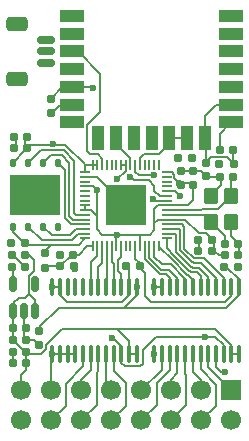
<source format=gbr>
%TF.GenerationSoftware,KiCad,Pcbnew,9.0.2+1*%
%TF.CreationDate,2025-07-26T18:39:14+01:00*%
%TF.ProjectId,ORGNET,4f52474e-4554-42e6-9b69-6361645f7063,1*%
%TF.SameCoordinates,Original*%
%TF.FileFunction,Copper,L1,Top*%
%TF.FilePolarity,Positive*%
%FSLAX46Y46*%
G04 Gerber Fmt 4.6, Leading zero omitted, Abs format (unit mm)*
G04 Created by KiCad (PCBNEW 9.0.2+1) date 2025-07-26 18:39:14*
%MOMM*%
%LPD*%
G01*
G04 APERTURE LIST*
G04 Aperture macros list*
%AMRoundRect*
0 Rectangle with rounded corners*
0 $1 Rounding radius*
0 $2 $3 $4 $5 $6 $7 $8 $9 X,Y pos of 4 corners*
0 Add a 4 corners polygon primitive as box body*
4,1,4,$2,$3,$4,$5,$6,$7,$8,$9,$2,$3,0*
0 Add four circle primitives for the rounded corners*
1,1,$1+$1,$2,$3*
1,1,$1+$1,$4,$5*
1,1,$1+$1,$6,$7*
1,1,$1+$1,$8,$9*
0 Add four rect primitives between the rounded corners*
20,1,$1+$1,$2,$3,$4,$5,0*
20,1,$1+$1,$4,$5,$6,$7,0*
20,1,$1+$1,$6,$7,$8,$9,0*
20,1,$1+$1,$8,$9,$2,$3,0*%
G04 Aperture macros list end*
%TA.AperFunction,SMDPad,CuDef*%
%ADD10RoundRect,0.155000X-0.212500X-0.155000X0.212500X-0.155000X0.212500X0.155000X-0.212500X0.155000X0*%
%TD*%
%TA.AperFunction,SMDPad,CuDef*%
%ADD11RoundRect,0.160000X0.197500X0.160000X-0.197500X0.160000X-0.197500X-0.160000X0.197500X-0.160000X0*%
%TD*%
%TA.AperFunction,SMDPad,CuDef*%
%ADD12RoundRect,0.160000X-0.160000X0.197500X-0.160000X-0.197500X0.160000X-0.197500X0.160000X0.197500X0*%
%TD*%
%TA.AperFunction,SMDPad,CuDef*%
%ADD13RoundRect,0.250000X0.650000X-0.350000X0.650000X0.350000X-0.650000X0.350000X-0.650000X-0.350000X0*%
%TD*%
%TA.AperFunction,SMDPad,CuDef*%
%ADD14RoundRect,0.150000X0.625000X-0.150000X0.625000X0.150000X-0.625000X0.150000X-0.625000X-0.150000X0*%
%TD*%
%TA.AperFunction,HeatsinkPad*%
%ADD15R,3.400000X3.400000*%
%TD*%
%TA.AperFunction,SMDPad,CuDef*%
%ADD16RoundRect,0.050000X0.350000X-0.050000X0.350000X0.050000X-0.350000X0.050000X-0.350000X-0.050000X0*%
%TD*%
%TA.AperFunction,SMDPad,CuDef*%
%ADD17RoundRect,0.050000X0.050000X-0.350000X0.050000X0.350000X-0.050000X0.350000X-0.050000X-0.350000X0*%
%TD*%
%TA.AperFunction,HeatsinkPad*%
%ADD18R,4.300000X3.400000*%
%TD*%
%TA.AperFunction,SMDPad,CuDef*%
%ADD19RoundRect,0.125000X0.125000X-0.250000X0.125000X0.250000X-0.125000X0.250000X-0.125000X-0.250000X0*%
%TD*%
%TA.AperFunction,SMDPad,CuDef*%
%ADD20RoundRect,0.100000X-0.100000X0.637500X-0.100000X-0.637500X0.100000X-0.637500X0.100000X0.637500X0*%
%TD*%
%TA.AperFunction,SMDPad,CuDef*%
%ADD21RoundRect,0.150000X0.150000X-0.512500X0.150000X0.512500X-0.150000X0.512500X-0.150000X-0.512500X0*%
%TD*%
%TA.AperFunction,ComponentPad*%
%ADD22R,1.700000X1.700000*%
%TD*%
%TA.AperFunction,ComponentPad*%
%ADD23C,1.700000*%
%TD*%
%TA.AperFunction,SMDPad,CuDef*%
%ADD24R,2.000000X1.000000*%
%TD*%
%TA.AperFunction,SMDPad,CuDef*%
%ADD25R,1.000000X2.000000*%
%TD*%
%TA.AperFunction,SMDPad,CuDef*%
%ADD26RoundRect,0.250000X-0.350000X0.450000X-0.350000X-0.450000X0.350000X-0.450000X0.350000X0.450000X0*%
%TD*%
%TA.AperFunction,SMDPad,CuDef*%
%ADD27RoundRect,0.160000X-0.197500X-0.160000X0.197500X-0.160000X0.197500X0.160000X-0.197500X0.160000X0*%
%TD*%
%TA.AperFunction,SMDPad,CuDef*%
%ADD28RoundRect,0.160000X0.160000X-0.197500X0.160000X0.197500X-0.160000X0.197500X-0.160000X-0.197500X0*%
%TD*%
%TA.AperFunction,SMDPad,CuDef*%
%ADD29RoundRect,0.155000X0.212500X0.155000X-0.212500X0.155000X-0.212500X-0.155000X0.212500X-0.155000X0*%
%TD*%
%TA.AperFunction,SMDPad,CuDef*%
%ADD30RoundRect,0.155000X0.155000X-0.212500X0.155000X0.212500X-0.155000X0.212500X-0.155000X-0.212500X0*%
%TD*%
%TA.AperFunction,SMDPad,CuDef*%
%ADD31RoundRect,0.155000X-0.155000X0.212500X-0.155000X-0.212500X0.155000X-0.212500X0.155000X0.212500X0*%
%TD*%
%TA.AperFunction,ViaPad*%
%ADD32C,0.600000*%
%TD*%
%TA.AperFunction,Conductor*%
%ADD33C,0.200000*%
%TD*%
G04 APERTURE END LIST*
D10*
%TO.P,C19,2*%
%TO.N,Net-(U4-XOUT)*%
X161710000Y-93100000D03*
%TO.P,C19,1*%
%TO.N,GND*%
X160575000Y-93100000D03*
%TD*%
D11*
%TO.P,R2,2*%
%TO.N,GND*%
X152590000Y-100690000D03*
%TO.P,R2,1*%
%TO.N,DIR*%
X153785000Y-100690000D03*
%TD*%
D12*
%TO.P,R6,2*%
%TO.N,+3V3*%
X145790000Y-100797500D03*
%TO.P,R6,1*%
%TO.N,Net-(U4-~{QSPI_CS})*%
X145790000Y-99602500D03*
%TD*%
D13*
%TO.P,J3,MP*%
%TO.N,N/C*%
X143365000Y-80200000D03*
X143365000Y-84800000D03*
D14*
%TO.P,J3,3,Pin_3*%
%TO.N,DBG_SWDIO*%
X145890000Y-81500000D03*
%TO.P,J3,2,Pin_2*%
%TO.N,GND*%
X145890000Y-82500000D03*
%TO.P,J3,1,Pin_1*%
%TO.N,DBG_SWCLK*%
X145890000Y-83500000D03*
%TD*%
D15*
%TO.P,U4,61,GND*%
%TO.N,GND*%
X152610000Y-95530000D03*
D16*
%TO.P,U4,60,~{QSPI_CS}*%
%TO.N,Net-(U4-~{QSPI_CS})*%
X149160000Y-98330000D03*
%TO.P,U4,59,QSPI_SD1*%
%TO.N,Net-(U4-QSPI_SD1)*%
X149160000Y-97930000D03*
%TO.P,U4,58,QSPI_SD2*%
%TO.N,Net-(U4-QSPI_SD2)*%
X149160000Y-97530000D03*
%TO.P,U4,57,QSPI_SD0*%
%TO.N,Net-(U4-QSPI_SD0)*%
X149160000Y-97130000D03*
%TO.P,U4,56,QSPI_SCLK*%
%TO.N,Net-(U4-QSPI_SCLK)*%
X149160000Y-96730000D03*
%TO.P,U4,55,QSPI_SD3*%
%TO.N,Net-(U4-QSPI_SD3)*%
X149160000Y-96330000D03*
%TO.P,U4,54,IOVDD*%
%TO.N,+3V3*%
X149160000Y-95930000D03*
%TO.P,U4,53,IOVDD*%
X149160000Y-95530000D03*
%TO.P,U4,52,USB_D+*%
%TO.N,unconnected-(U4-USB_D+-Pad52)*%
X149160000Y-95130000D03*
%TO.P,U4,51,USB_D-*%
%TO.N,unconnected-(U4-USB_D--Pad51)*%
X149160000Y-94730000D03*
%TO.P,U4,50,VREG_FB*%
%TO.N,unconnected-(U4-VREG_FB-Pad50)*%
X149160000Y-94330000D03*
%TO.P,U4,49,VREG_VIN*%
%TO.N,+3V3*%
X149160000Y-93930000D03*
%TO.P,U4,48,VREG_LX*%
%TO.N,unconnected-(U4-VREG_LX-Pad48)*%
X149160000Y-93530000D03*
%TO.P,U4,47,GND*%
%TO.N,GND*%
X149160000Y-93130000D03*
%TO.P,U4,46,VREG_AVDD*%
%TO.N,+3V3*%
X149160000Y-92730000D03*
D17*
%TO.P,U4,45,IOVDD*%
X149810000Y-92080000D03*
%TO.P,U4,44,IOVDD*%
X150210000Y-92080000D03*
%TO.P,U4,43,GPIO29*%
%TO.N,RM_SCLK*%
X150610000Y-92080000D03*
%TO.P,U4,42,GPIO28*%
%TO.N,unconnected-(U4-GPIO28-Pad42)*%
X151010000Y-92080000D03*
%TO.P,U4,41,GPIO27*%
%TO.N,unconnected-(U4-GPIO27-Pad41)*%
X151410000Y-92080000D03*
%TO.P,U4,40,GPIO26*%
%TO.N,unconnected-(U4-GPIO26-Pad40)*%
X151810000Y-92080000D03*
%TO.P,U4,39,DVDD*%
%TO.N,+3V3*%
X152210000Y-92080000D03*
%TO.P,U4,38,IOVDD*%
X152610000Y-92080000D03*
%TO.P,U4,37,GPIO25*%
%TO.N,RM_CS*%
X153010000Y-92080000D03*
%TO.P,U4,36,GPIO24*%
%TO.N,RM_DATA*%
X153410000Y-92080000D03*
%TO.P,U4,35,GPIO23*%
%TO.N,RM_ON*%
X153810000Y-92080000D03*
%TO.P,U4,34,GPIO22*%
%TO.N,unconnected-(U4-GPIO22-Pad34)*%
X154210000Y-92080000D03*
%TO.P,U4,33,GPIO21*%
%TO.N,unconnected-(U4-GPIO21-Pad33)*%
X154610000Y-92080000D03*
%TO.P,U4,32,GPIO20*%
%TO.N,unconnected-(U4-GPIO20-Pad32)*%
X155010000Y-92080000D03*
%TO.P,U4,31,GPIO19*%
%TO.N,unconnected-(U4-GPIO19-Pad31)*%
X155410000Y-92080000D03*
D16*
%TO.P,U4,30,IOVDD*%
%TO.N,+3V3*%
X156060000Y-92730000D03*
%TO.P,U4,29,GPIO18*%
%TO.N,unconnected-(U4-GPIO18-Pad29)*%
X156060000Y-93130000D03*
%TO.P,U4,28,GPIO17*%
%TO.N,unconnected-(U4-GPIO17-Pad28)*%
X156060000Y-93530000D03*
%TO.P,U4,27,GPIO16*%
%TO.N,unconnected-(U4-GPIO16-Pad27)*%
X156060000Y-93930000D03*
%TO.P,U4,26,RUN*%
%TO.N,Net-(U4-RUN)*%
X156060000Y-94330000D03*
%TO.P,U4,25,SWDIO*%
%TO.N,DBG_SWDIO*%
X156060000Y-94730000D03*
%TO.P,U4,24,SWCLK*%
%TO.N,DBG_SWCLK*%
X156060000Y-95130000D03*
%TO.P,U4,23,DVDD*%
%TO.N,+3V3*%
X156060000Y-95530000D03*
%TO.P,U4,22,XOUT*%
%TO.N,Net-(U4-XOUT)*%
X156060000Y-95930000D03*
%TO.P,U4,21,XIN*%
%TO.N,Net-(U4-XIN)*%
X156060000Y-96330000D03*
%TO.P,U4,20,IOVDD*%
%TO.N,+3V3*%
X156060000Y-96730000D03*
%TO.P,U4,19,GPIO15*%
%TO.N,RP_SD0*%
X156060000Y-97130000D03*
%TO.P,U4,18,GPIO14*%
%TO.N,RP_SD1*%
X156060000Y-97530000D03*
%TO.P,U4,17,GPIO13*%
%TO.N,RP_SD2*%
X156060000Y-97930000D03*
%TO.P,U4,16,GPIO12*%
%TO.N,RP_SD3*%
X156060000Y-98330000D03*
D17*
%TO.P,U4,15,GPIO11*%
%TO.N,RP_SD4*%
X155410000Y-98980000D03*
%TO.P,U4,14,GPIO10*%
%TO.N,RP_SD5*%
X155010000Y-98980000D03*
%TO.P,U4,13,GPIO9*%
%TO.N,RP_SD6*%
X154610000Y-98980000D03*
%TO.P,U4,12,GPIO8*%
%TO.N,RP_SD7*%
X154210000Y-98980000D03*
%TO.P,U4,11,IOVDD*%
%TO.N,+3V3*%
X153810000Y-98980000D03*
%TO.P,U4,10,GPIO7*%
%TO.N,DIR*%
X153410000Y-98980000D03*
%TO.P,U4,9,GPIO6*%
%TO.N,unconnected-(U4-GPIO6-Pad9)*%
X153010000Y-98980000D03*
%TO.P,U4,8,GPIO5*%
%TO.N,unconnected-(U4-GPIO5-Pad8)*%
X152610000Y-98980000D03*
%TO.P,U4,7,GPIO4*%
%TO.N,RP_SCLK*%
X152210000Y-98980000D03*
%TO.P,U4,6,DVDD*%
%TO.N,+3V3*%
X151810000Y-98980000D03*
%TO.P,U4,5,GPIO3*%
%TO.N,RP_SMR*%
X151410000Y-98980000D03*
%TO.P,U4,4,GPIO2*%
%TO.N,~{RP_SS}*%
X151010000Y-98980000D03*
%TO.P,U4,3,GPIO1*%
%TO.N,~{RP_SOE}*%
X150610000Y-98980000D03*
%TO.P,U4,2,GPIO0*%
%TO.N,~{RP_SPGM}*%
X150210000Y-98980000D03*
%TO.P,U4,1,IOVDD*%
%TO.N,+3V3*%
X149810000Y-98980000D03*
%TD*%
D18*
%TO.P,U5,9*%
%TO.N,N/C*%
X144966250Y-94630000D03*
D19*
%TO.P,U5,8,VCC*%
%TO.N,+3V3*%
X143061250Y-91930000D03*
%TO.P,U5,7,IO3*%
%TO.N,Net-(U4-QSPI_SD3)*%
X144331250Y-91930000D03*
%TO.P,U5,6,CLK*%
%TO.N,Net-(U4-QSPI_SCLK)*%
X145601250Y-91930000D03*
%TO.P,U5,5,DI(IO0)*%
%TO.N,Net-(U4-QSPI_SD0)*%
X146871250Y-91930000D03*
%TO.P,U5,4,GND*%
%TO.N,GND*%
X146871250Y-97330000D03*
%TO.P,U5,3,IO2*%
%TO.N,Net-(U4-QSPI_SD2)*%
X145601250Y-97330000D03*
%TO.P,U5,2,DO(IO1)*%
%TO.N,Net-(U4-QSPI_SD1)*%
X144331250Y-97330000D03*
%TO.P,U5,1,~{CS}*%
%TO.N,Net-(U4-~{QSPI_CS})*%
X143061250Y-97330000D03*
%TD*%
D20*
%TO.P,U2,1,V_{CCA}*%
%TO.N,+3V3*%
X162190000Y-102400000D03*
%TO.P,U2,2,DIR*%
%TO.N,DIR*%
X161540000Y-102400000D03*
%TO.P,U2,3,A1*%
%TO.N,RP_SD0*%
X160890000Y-102400000D03*
%TO.P,U2,4,A2*%
%TO.N,RP_SD1*%
X160240000Y-102400000D03*
%TO.P,U2,5,A3*%
%TO.N,RP_SD2*%
X159590000Y-102400000D03*
%TO.P,U2,6,A4*%
%TO.N,RP_SD3*%
X158940000Y-102400000D03*
%TO.P,U2,7,A5*%
%TO.N,RP_SD4*%
X158290000Y-102400000D03*
%TO.P,U2,8,A6*%
%TO.N,RP_SD5*%
X157640000Y-102400000D03*
%TO.P,U2,9,A7*%
%TO.N,RP_SD6*%
X156990000Y-102400000D03*
%TO.P,U2,10,A8*%
%TO.N,RP_SD7*%
X156340000Y-102400000D03*
%TO.P,U2,11,GND*%
%TO.N,GND*%
X155690000Y-102400000D03*
%TO.P,U2,12,GND*%
X155040000Y-102400000D03*
%TO.P,U2,13,GND*%
X155040000Y-108125000D03*
%TO.P,U2,14,B8*%
%TO.N,SD7*%
X155690000Y-108125000D03*
%TO.P,U2,15,B7*%
%TO.N,SD6*%
X156340000Y-108125000D03*
%TO.P,U2,16,B6*%
%TO.N,SD5*%
X156990000Y-108125000D03*
%TO.P,U2,17,B5*%
%TO.N,SD4*%
X157640000Y-108125000D03*
%TO.P,U2,18,B4*%
%TO.N,SD3*%
X158290000Y-108125000D03*
%TO.P,U2,19,B3*%
%TO.N,SD2*%
X158940000Y-108125000D03*
%TO.P,U2,20,B2*%
%TO.N,SD1*%
X159590000Y-108125000D03*
%TO.P,U2,21,B1*%
%TO.N,SD0*%
X160240000Y-108125000D03*
%TO.P,U2,22,~{OE}*%
%TO.N,~{OE}*%
X160890000Y-108125000D03*
%TO.P,U2,23,V_{CCB}*%
%TO.N,SVCC*%
X161540000Y-108125000D03*
%TO.P,U2,24,V_{CCB}*%
X162190000Y-108125000D03*
%TD*%
D21*
%TO.P,U3,1,VIN*%
%TO.N,SVCC*%
X143040000Y-104495000D03*
%TO.P,U3,2,GND*%
%TO.N,GND*%
X143990000Y-104495000D03*
%TO.P,U3,3,EN*%
%TO.N,SVCC*%
X144940000Y-104495000D03*
%TO.P,U3,4,NC*%
%TO.N,unconnected-(U3-NC-Pad4)*%
X144940000Y-102220000D03*
%TO.P,U3,5,VOUT*%
%TO.N,+3V3*%
X143040000Y-102220000D03*
%TD*%
D22*
%TO.P,J1,1,Pin_1*%
%TO.N,SD1*%
X161540000Y-111200000D03*
D23*
%TO.P,J1,2,Pin_2*%
%TO.N,SD0*%
X161540000Y-113740000D03*
%TO.P,J1,3,Pin_3*%
%TO.N,SD3*%
X159000000Y-111200000D03*
%TO.P,J1,4,Pin_4*%
%TO.N,SD2*%
X159000000Y-113740000D03*
%TO.P,J1,5,Pin_5*%
%TO.N,SD5*%
X156460000Y-111200000D03*
%TO.P,J1,6,Pin_6*%
%TO.N,SD4*%
X156460000Y-113740000D03*
%TO.P,J1,7,Pin_7*%
%TO.N,SD7*%
X153920000Y-111200000D03*
%TO.P,J1,8,Pin_8*%
%TO.N,SD6*%
X153920000Y-113740000D03*
%TO.P,J1,9,Pin_9*%
%TO.N,SMR*%
X151380000Y-111200000D03*
%TO.P,J1,10,Pin_10*%
%TO.N,SCLK*%
X151380000Y-113740000D03*
%TO.P,J1,11,Pin_11*%
%TO.N,~{SOE}*%
X148840000Y-111200000D03*
%TO.P,J1,12,Pin_12*%
%TO.N,~{SS}*%
X148840000Y-113740000D03*
%TO.P,J1,13,Pin_13*%
%TO.N,GND*%
X146300000Y-111200000D03*
%TO.P,J1,14,Pin_14*%
%TO.N,~{SPGM}*%
X146300000Y-113740000D03*
%TO.P,J1,15,Pin_15*%
%TO.N,SVCC*%
X143760000Y-111200000D03*
%TO.P,J1,16,Pin_16*%
%TO.N,unconnected-(J1-Pin_16-Pad16)*%
X143760000Y-113740000D03*
%TD*%
D24*
%TO.P,U6,1,GND*%
%TO.N,GND*%
X148040000Y-79500000D03*
%TO.P,U6,2,NC*%
%TO.N,unconnected-(U6-NC-Pad2)*%
X148040000Y-81000000D03*
%TO.P,U6,3,SCLK*%
%TO.N,RM_SCLK*%
X148040000Y-82500000D03*
%TO.P,U6,4,GND*%
%TO.N,GND*%
X148040000Y-84000000D03*
%TO.P,U6,5,DI*%
%TO.N,RM_DATA*%
X148040000Y-85500000D03*
%TO.P,U6,6,DO*%
%TO.N,Net-(U6-DO)*%
X148040000Y-87000000D03*
%TO.P,U6,7,GND*%
%TO.N,GND*%
X148040000Y-88500000D03*
D25*
%TO.P,U6,8,GPIO0*%
%TO.N,unconnected-(U6-GPIO0-Pad8)*%
X150290000Y-89800000D03*
%TO.P,U6,9,CS*%
%TO.N,RM_CS*%
X151790000Y-89800000D03*
%TO.P,U6,10,nIRQ*%
%TO.N,Net-(U6-nIRQ)*%
X153290000Y-89800000D03*
%TO.P,U6,11,GND*%
%TO.N,GND*%
X154790000Y-89800000D03*
%TO.P,U6,12,WL_ON*%
%TO.N,RM_ON*%
X156290000Y-89800000D03*
%TO.P,U6,13,BT_ON*%
X157790000Y-89800000D03*
%TO.P,U6,14,VDDIO*%
%TO.N,+3V3*%
X159290000Y-89800000D03*
D24*
%TO.P,U6,15,GND*%
%TO.N,GND*%
X161540000Y-88500000D03*
%TO.P,U6,16,VIN*%
%TO.N,+3V3*%
X161540000Y-87000000D03*
%TO.P,U6,17,GPIO2*%
%TO.N,unconnected-(U6-GPIO2-Pad17)*%
X161540000Y-85500000D03*
%TO.P,U6,18,GPIO1*%
%TO.N,unconnected-(U6-GPIO1-Pad18)*%
X161540000Y-84000000D03*
%TO.P,U6,19,NC*%
%TO.N,unconnected-(U6-NC-Pad19)*%
X161540000Y-82500000D03*
%TO.P,U6,20,NC*%
%TO.N,unconnected-(U6-NC-Pad20)*%
X161540000Y-81000000D03*
%TO.P,U6,21,GND*%
%TO.N,GND*%
X161540000Y-79500000D03*
%TD*%
D20*
%TO.P,U1,1,V_{CCA}*%
%TO.N,+3V3*%
X153540000Y-102400000D03*
%TO.P,U1,2,DIR*%
%TO.N,GND*%
X152890000Y-102400000D03*
%TO.P,U1,3,A1*%
%TO.N,RP_SCLK*%
X152240000Y-102400000D03*
%TO.P,U1,4,A2*%
%TO.N,RP_SMR*%
X151590000Y-102400000D03*
%TO.P,U1,5,A3*%
%TO.N,~{RP_SS}*%
X150940000Y-102400000D03*
%TO.P,U1,6,A4*%
%TO.N,~{RP_SOE}*%
X150290000Y-102400000D03*
%TO.P,U1,7,A5*%
%TO.N,~{RP_SPGM}*%
X149640000Y-102400000D03*
%TO.P,U1,8,A6*%
%TO.N,unconnected-(U1-A6-Pad8)*%
X148990000Y-102400000D03*
%TO.P,U1,9,A7*%
%TO.N,unconnected-(U1-A7-Pad9)*%
X148340000Y-102400000D03*
%TO.P,U1,10,A8*%
%TO.N,unconnected-(U1-A8-Pad10)*%
X147690000Y-102400000D03*
%TO.P,U1,11,GND*%
%TO.N,GND*%
X147040000Y-102400000D03*
%TO.P,U1,12,GND*%
X146390000Y-102400000D03*
%TO.P,U1,13,GND*%
X146390000Y-108125000D03*
%TO.P,U1,14,B8*%
X147040000Y-108125000D03*
%TO.P,U1,15,B7*%
X147690000Y-108125000D03*
%TO.P,U1,16,B6*%
X148340000Y-108125000D03*
%TO.P,U1,17,B5*%
%TO.N,~{SPGM}*%
X148990000Y-108125000D03*
%TO.P,U1,18,B4*%
%TO.N,~{SOE}*%
X149640000Y-108125000D03*
%TO.P,U1,19,B3*%
%TO.N,~{SS}*%
X150290000Y-108125000D03*
%TO.P,U1,20,B2*%
%TO.N,SMR*%
X150940000Y-108125000D03*
%TO.P,U1,21,B1*%
%TO.N,SCLK*%
X151590000Y-108125000D03*
%TO.P,U1,22,~{OE}*%
%TO.N,~{OE}*%
X152240000Y-108125000D03*
%TO.P,U1,23,V_{CCB}*%
%TO.N,SVCC*%
X152890000Y-108125000D03*
%TO.P,U1,24,V_{CCB}*%
X153540000Y-108125000D03*
%TD*%
D26*
%TO.P,Y1,1,1*%
%TO.N,GND*%
X159840000Y-94700000D03*
%TO.P,Y1,2,2*%
%TO.N,Net-(U4-XIN)*%
X159840000Y-96900000D03*
%TO.P,Y1,3,3*%
%TO.N,GND*%
X161540000Y-96900000D03*
%TO.P,Y1,4,4*%
%TO.N,Net-(U4-XOUT)*%
X161540000Y-94700000D03*
%TD*%
D27*
%TO.P,R8,1*%
%TO.N,RM_DATA*%
X157042500Y-91510000D03*
%TO.P,R8,2*%
%TO.N,Net-(U6-nIRQ)*%
X158237500Y-91510000D03*
%TD*%
D28*
%TO.P,R7,1*%
%TO.N,Net-(U6-DO)*%
X146240000Y-87695000D03*
%TO.P,R7,2*%
%TO.N,RM_DATA*%
X146240000Y-86500000D03*
%TD*%
D27*
%TO.P,R5,1*%
%TO.N,+3V3*%
X142925000Y-98700000D03*
%TO.P,R5,2*%
%TO.N,Net-(U4-~{QSPI_CS})*%
X144120000Y-98700000D03*
%TD*%
D11*
%TO.P,R4,1*%
%TO.N,+3V3*%
X161735000Y-92010000D03*
%TO.P,R4,2*%
%TO.N,Net-(U4-RUN)*%
X160540000Y-92010000D03*
%TD*%
%TO.P,R3,1*%
%TO.N,~{OE}*%
X162130000Y-100750000D03*
%TO.P,R3,2*%
%TO.N,+3V3*%
X160935000Y-100750000D03*
%TD*%
D29*
%TO.P,C18,1*%
%TO.N,GND*%
X162110000Y-98770000D03*
%TO.P,C18,2*%
%TO.N,Net-(U4-XIN)*%
X160975000Y-98770000D03*
%TD*%
D10*
%TO.P,C17,1*%
%TO.N,GND*%
X143140000Y-90700000D03*
%TO.P,C17,2*%
%TO.N,+3V3*%
X144275000Y-90700000D03*
%TD*%
%TO.P,C16,1*%
%TO.N,GND*%
X143132500Y-89700000D03*
%TO.P,C16,2*%
%TO.N,+3V3*%
X144267500Y-89700000D03*
%TD*%
%TO.P,C15,1*%
%TO.N,GND*%
X160582500Y-90840000D03*
%TO.P,C15,2*%
%TO.N,+3V3*%
X161717500Y-90840000D03*
%TD*%
D30*
%TO.P,C14,1*%
%TO.N,GND*%
X159380000Y-93045000D03*
%TO.P,C14,2*%
%TO.N,+3V3*%
X159380000Y-91910000D03*
%TD*%
D31*
%TO.P,C13,1*%
%TO.N,GND*%
X158330000Y-92630000D03*
%TO.P,C13,2*%
%TO.N,+3V3*%
X158330000Y-93765000D03*
%TD*%
%TO.P,C12,1*%
%TO.N,GND*%
X157260000Y-92640000D03*
%TO.P,C12,2*%
%TO.N,+3V3*%
X157260000Y-93775000D03*
%TD*%
D10*
%TO.P,C11,1*%
%TO.N,GND*%
X158750000Y-99410000D03*
%TO.P,C11,2*%
%TO.N,+3V3*%
X159885000Y-99410000D03*
%TD*%
%TO.P,C10,1*%
%TO.N,GND*%
X158750000Y-98430000D03*
%TO.P,C10,2*%
%TO.N,+3V3*%
X159885000Y-98430000D03*
%TD*%
%TO.P,C8,1*%
%TO.N,+3V3*%
X142955000Y-100710000D03*
%TO.P,C8,2*%
%TO.N,GND*%
X144090000Y-100710000D03*
%TD*%
D29*
%TO.P,C7,1*%
%TO.N,SVCC*%
X144090000Y-99700000D03*
%TO.P,C7,2*%
%TO.N,GND*%
X142955000Y-99700000D03*
%TD*%
%TO.P,C6,1*%
%TO.N,GND*%
X144180000Y-106930000D03*
%TO.P,C6,2*%
%TO.N,SVCC*%
X143045000Y-106930000D03*
%TD*%
%TO.P,C5,1*%
%TO.N,GND*%
X144180000Y-105950000D03*
%TO.P,C5,2*%
%TO.N,SVCC*%
X143045000Y-105950000D03*
%TD*%
D10*
%TO.P,C4,1*%
%TO.N,+3V3*%
X160975000Y-99750000D03*
%TO.P,C4,2*%
%TO.N,GND*%
X162110000Y-99750000D03*
%TD*%
%TO.P,C3,1*%
%TO.N,GND*%
X143045000Y-108900000D03*
%TO.P,C3,2*%
%TO.N,SVCC*%
X144180000Y-108900000D03*
%TD*%
%TO.P,C2,1*%
%TO.N,GND*%
X143045000Y-107910000D03*
%TO.P,C2,2*%
%TO.N,SVCC*%
X144180000Y-107910000D03*
%TD*%
D31*
%TO.P,C1,1*%
%TO.N,+3V3*%
X145290000Y-106200000D03*
%TO.P,C1,2*%
%TO.N,GND*%
X145290000Y-107335000D03*
%TD*%
D11*
%TO.P,R1,1*%
%TO.N,~{OE}*%
X148235000Y-100700000D03*
%TO.P,R1,2*%
%TO.N,+3V3*%
X147040000Y-100700000D03*
%TD*%
D10*
%TO.P,C9,1*%
%TO.N,GND*%
X147040000Y-99700000D03*
%TO.P,C9,2*%
%TO.N,+3V3*%
X148175000Y-99700000D03*
%TD*%
D32*
%TO.N,+3V3*%
X157143591Y-93658591D03*
%TO.N,Net-(U4-RUN)*%
X157210000Y-94740000D03*
X160540000Y-92010000D03*
%TO.N,+3V3*%
X145790000Y-100797500D03*
X150140000Y-94212226D03*
X142955000Y-100710000D03*
X146440000Y-90303000D03*
X159290000Y-89800000D03*
X142840000Y-98700000D03*
X151900000Y-93329998D03*
X153540000Y-102400000D03*
X151840000Y-98000000D03*
%TO.N,SVCC*%
X143045000Y-106930000D03*
%TO.N,GND*%
X148040000Y-79500000D03*
X146390000Y-102400000D03*
X146390000Y-108125000D03*
X146871250Y-97330000D03*
X143975000Y-100699998D03*
X143040000Y-108900000D03*
X151475000Y-96625000D03*
X155040000Y-102400000D03*
X143990000Y-104495000D03*
X151475000Y-95525000D03*
X145990000Y-82500000D03*
X153750000Y-94650000D03*
X161540000Y-79500000D03*
X161540000Y-96900000D03*
X143140000Y-90700002D03*
X152610000Y-94655000D03*
X158825000Y-98430000D03*
X147155000Y-99699998D03*
X154790000Y-89800000D03*
X159840000Y-94700000D03*
X153750000Y-96625000D03*
X152610000Y-96630000D03*
X151475000Y-94650000D03*
X153750000Y-95525000D03*
X155040000Y-108125000D03*
X148040000Y-84000000D03*
X148040000Y-88500000D03*
X161540000Y-88500000D03*
X152610000Y-95530000D03*
%TO.N,Net-(U4-~{QSPI_CS})*%
X143061250Y-97330000D03*
%TO.N,RM_DATA*%
X155040000Y-93000000D03*
X149840000Y-85600000D03*
X156940000Y-91500000D03*
%TO.N,Net-(U6-nIRQ)*%
X153290000Y-89800000D03*
X158237500Y-91510000D03*
%TO.N,SD0*%
X161040000Y-109600000D03*
%TO.N,~{OE}*%
X162190000Y-100750000D03*
X148290000Y-100950001D03*
X151440000Y-106759200D03*
X159340000Y-106700000D03*
%TO.N,DBG_SWCLK*%
X145990000Y-83500000D03*
X154915735Y-95024265D03*
%TO.N,DBG_SWDIO*%
X152943910Y-93156090D03*
X146040000Y-81500000D03*
%TD*%
D33*
%TO.N,+3V3*%
X157143591Y-93658591D02*
X158223591Y-93658591D01*
X158223591Y-93658591D02*
X158330000Y-93765000D01*
%TO.N,Net-(U6-DO)*%
X148040000Y-87000000D02*
X147060000Y-87000000D01*
X147060000Y-87000000D02*
X146365000Y-87695000D01*
X146365000Y-87695000D02*
X146240000Y-87695000D01*
%TO.N,+3V3*%
X161200000Y-100752630D02*
X161200000Y-100810000D01*
X161200000Y-100810000D02*
X162190000Y-101800000D01*
X162190000Y-101800000D02*
X162190000Y-102400000D01*
X142955000Y-100710000D02*
X142955000Y-100814999D01*
X142955000Y-100814999D02*
X143040000Y-100899999D01*
X143040000Y-100899999D02*
X143040000Y-102425000D01*
%TO.N,GND*%
X143000000Y-99900000D02*
X143220000Y-99900000D01*
X143220000Y-99900000D02*
X143975000Y-100655000D01*
X143975000Y-100655000D02*
X143975000Y-100699998D01*
%TO.N,SVCC*%
X143975000Y-99700000D02*
X144400000Y-99700000D01*
X144400000Y-99700000D02*
X144870000Y-100170000D01*
X144870000Y-100170000D02*
X144870000Y-101060000D01*
X144870000Y-101060000D02*
X144623500Y-101306500D01*
X144623500Y-101306500D02*
X144619744Y-101306500D01*
X144619744Y-101306500D02*
X144389000Y-101537244D01*
X144389000Y-101537244D02*
X144389000Y-101541000D01*
X144389000Y-101541000D02*
X144383500Y-101546500D01*
X144383500Y-101546500D02*
X144383500Y-103002032D01*
%TO.N,Net-(U4-~{QSPI_CS})*%
X143061250Y-97330000D02*
X143061250Y-97756250D01*
X143061250Y-97756250D02*
X144186000Y-98881000D01*
X144186000Y-98881000D02*
X144921000Y-98881000D01*
%TO.N,+3V3*%
X157143591Y-93658591D02*
X156711000Y-93226000D01*
X156711000Y-93226000D02*
X156711000Y-92953936D01*
X156711000Y-92953936D02*
X156487064Y-92730000D01*
X156487064Y-92730000D02*
X156060000Y-92730000D01*
X157260000Y-93775000D02*
X157143591Y-93658591D01*
%TO.N,Net-(U4-RUN)*%
X156060000Y-94330000D02*
X156800000Y-94330000D01*
X156800000Y-94330000D02*
X157210000Y-94740000D01*
%TO.N,+3V3*%
X159380000Y-91910000D02*
X159851000Y-91439000D01*
X159851000Y-91439000D02*
X161164000Y-91439000D01*
X161164000Y-91439000D02*
X161735000Y-92010000D01*
X159380000Y-91910000D02*
X159380000Y-89890000D01*
X159380000Y-89890000D02*
X159290000Y-89800000D01*
%TO.N,GND*%
X160540000Y-93100000D02*
X159435000Y-93100000D01*
X159435000Y-93100000D02*
X159380000Y-93045000D01*
X160580000Y-90930000D02*
X160580000Y-89460000D01*
X160580000Y-89460000D02*
X161540000Y-88500000D01*
%TO.N,+3V3*%
X161715000Y-90930000D02*
X161715000Y-91990000D01*
X161715000Y-91990000D02*
X161735000Y-92010000D01*
%TO.N,GND*%
X158330000Y-92630000D02*
X158965000Y-92630000D01*
X158965000Y-92630000D02*
X159380000Y-93045000D01*
X157260000Y-92640000D02*
X158320000Y-92640000D01*
X158320000Y-92640000D02*
X158330000Y-92630000D01*
%TO.N,+3V3*%
X156060000Y-95530000D02*
X157880000Y-95530000D01*
X157880000Y-95530000D02*
X158330000Y-95080000D01*
X158330000Y-95080000D02*
X158330000Y-93765000D01*
X156060000Y-96730000D02*
X157640000Y-96730000D01*
X157640000Y-96730000D02*
X158779000Y-97869000D01*
X158779000Y-97869000D02*
X159399000Y-97869000D01*
X159399000Y-97869000D02*
X159960000Y-98430000D01*
%TO.N,Net-(U4-XIN)*%
X159840000Y-96900000D02*
X159270000Y-96330000D01*
X159270000Y-96330000D02*
X156060000Y-96330000D01*
%TO.N,Net-(U4-XOUT)*%
X159140000Y-95800000D02*
X159010000Y-95930000D01*
X159010000Y-95930000D02*
X156060000Y-95930000D01*
%TO.N,Net-(U4-XIN)*%
X161040000Y-98770000D02*
X161040000Y-98100000D01*
X161040000Y-98100000D02*
X159840000Y-96900000D01*
%TO.N,GND*%
X161540000Y-96900000D02*
X161540000Y-98135000D01*
X161540000Y-98135000D02*
X162175000Y-98770000D01*
X162177500Y-99750000D02*
X162177500Y-98772500D01*
X162177500Y-98772500D02*
X162175000Y-98770000D01*
%TO.N,Net-(U4-XIN)*%
X159840000Y-96900000D02*
X159840000Y-96980000D01*
%TO.N,+3V3*%
X160115000Y-99400000D02*
X160465000Y-99750000D01*
X160465000Y-99750000D02*
X160850000Y-99750000D01*
%TO.N,GND*%
X158825000Y-98430000D02*
X158825000Y-99405000D01*
X158825000Y-99405000D02*
X158820000Y-99410000D01*
%TO.N,RP_SD0*%
X156060000Y-97130000D02*
X156760000Y-97130000D01*
X157580000Y-97340000D02*
X157580000Y-99200000D01*
X160890000Y-101650000D02*
X160890000Y-102400000D01*
X156760000Y-97130000D02*
X156761000Y-97131000D01*
X158380000Y-100000000D02*
X159240000Y-100000000D01*
X156761000Y-97131000D02*
X157371000Y-97131000D01*
X157371000Y-97131000D02*
X157580000Y-97340000D01*
X157580000Y-99200000D02*
X158380000Y-100000000D01*
X159240000Y-100000000D02*
X160890000Y-101650000D01*
%TO.N,RP_SD1*%
X156060000Y-97530000D02*
X156592900Y-97530000D01*
X156592900Y-97530000D02*
X156594900Y-97532000D01*
X156594900Y-97532000D02*
X157121500Y-97532000D01*
X157121500Y-97532000D02*
X157230000Y-97640500D01*
X157230000Y-97640500D02*
X157230000Y-99347075D01*
X157230000Y-99347075D02*
X158241426Y-100358500D01*
X158324326Y-100358500D02*
X158366825Y-100401000D01*
X158241426Y-100358500D02*
X158324326Y-100358500D01*
X158366825Y-100401000D02*
X158978499Y-100401000D01*
X160240000Y-101662501D02*
X160240000Y-102400000D01*
X158978499Y-100401000D02*
X160240000Y-101662501D01*
%TO.N,RP_SD2*%
X156060000Y-97930000D02*
X156758000Y-97930000D01*
X156758000Y-97930000D02*
X156761000Y-97933000D01*
X156870000Y-97936000D02*
X156870000Y-99483464D01*
X156761000Y-97933000D02*
X156873000Y-97933000D01*
X156873000Y-97933000D02*
X156870000Y-97936000D01*
X156870000Y-99483464D02*
X158096037Y-100709500D01*
X158809100Y-100802000D02*
X159590000Y-101582900D01*
X158096037Y-100709500D02*
X158178937Y-100709500D01*
X158178937Y-100709500D02*
X158271437Y-100802000D01*
X158271437Y-100802000D02*
X158809100Y-100802000D01*
X159590000Y-101582900D02*
X159590000Y-102400000D01*
%TO.N,RP_SD3*%
X158940000Y-102400000D02*
X158940000Y-101500000D01*
X158940000Y-101500000D02*
X158643000Y-101203000D01*
X158643000Y-101203000D02*
X158176049Y-101203000D01*
X158176049Y-101203000D02*
X158033548Y-101060500D01*
X156714387Y-99827999D02*
X156060000Y-99173612D01*
X156060000Y-99173612D02*
X156060000Y-98330000D01*
X158033548Y-101060500D02*
X157950648Y-101060500D01*
X157950648Y-101060500D02*
X156718146Y-99827999D01*
X156718146Y-99827999D02*
X156714387Y-99827999D01*
%TO.N,RP_SD4*%
X155410000Y-98980000D02*
X155410000Y-99020000D01*
X157888160Y-101411500D02*
X158290000Y-101813340D01*
X155410000Y-99020000D02*
X156569000Y-100179000D01*
X156569000Y-100179000D02*
X156572758Y-100179000D01*
X156572758Y-100179000D02*
X157805259Y-101411500D01*
X157805259Y-101411500D02*
X157888160Y-101411500D01*
X158290000Y-101813340D02*
X158290000Y-102400000D01*
%TO.N,RP_SD6*%
X154610000Y-98980000D02*
X154610000Y-99973612D01*
X154610000Y-99973612D02*
X155616388Y-100980000D01*
X155616388Y-100980000D02*
X156307499Y-100980000D01*
X156307499Y-100980000D02*
X156990000Y-101662501D01*
X156990000Y-101662501D02*
X156990000Y-102400000D01*
%TO.N,RP_SD7*%
X155480000Y-101340000D02*
X156017499Y-101340000D01*
X156017499Y-101340000D02*
X156340000Y-101662501D01*
X155480000Y-101340000D02*
X154210000Y-100070000D01*
X154210000Y-100070000D02*
X154210000Y-98980000D01*
%TO.N,RP_SCLK*%
X152240000Y-102400000D02*
X152240000Y-101370000D01*
X151970000Y-100150000D02*
X152210000Y-99910000D01*
X152240000Y-101370000D02*
X151970000Y-101100000D01*
X151970000Y-101100000D02*
X151970000Y-100150000D01*
X152210000Y-99910000D02*
X152210000Y-98980000D01*
%TO.N,GND*%
X152890000Y-102400000D02*
X152890000Y-100990000D01*
X152890000Y-100990000D02*
X152590000Y-100690000D01*
X143045000Y-108900000D02*
X143045000Y-107910000D01*
%TO.N,SVCC*%
X143045000Y-105950000D02*
X143045000Y-106930000D01*
X143087370Y-106972370D02*
X143045000Y-106930000D01*
X143045000Y-106930000D02*
X143140256Y-107025256D01*
X143045000Y-106930000D02*
X143075000Y-106900000D01*
X143760000Y-109880000D02*
X143760000Y-111200000D01*
X144175000Y-108035256D02*
X144175000Y-109465000D01*
X143075000Y-106900000D02*
X143200000Y-106900000D01*
X143165000Y-107025256D02*
X144175000Y-108035256D01*
X143140256Y-107025256D02*
X143165000Y-107025256D01*
X143165000Y-106972370D02*
X143087370Y-106972370D01*
X143165000Y-106100000D02*
X143040000Y-105975000D01*
X144175000Y-109465000D02*
X143760000Y-109880000D01*
X143045000Y-106930000D02*
X143165000Y-106810000D01*
X143040000Y-105975000D02*
X143040000Y-104345532D01*
%TO.N,GND*%
X143980000Y-106100000D02*
X143980000Y-106900000D01*
X143990000Y-104495000D02*
X143990000Y-106090000D01*
X143990000Y-106090000D02*
X143980000Y-106100000D01*
%TO.N,SVCC*%
X143040000Y-104495000D02*
X143040000Y-103832501D01*
X144045532Y-103340000D02*
X144383500Y-103002032D01*
X143040000Y-103832501D02*
X143532501Y-103340000D01*
X143532501Y-103340000D02*
X144045532Y-103340000D01*
X144383500Y-103002032D02*
X144940000Y-103558532D01*
X144940000Y-103558532D02*
X144940000Y-104495000D01*
X151840000Y-106000000D02*
X151790000Y-106000000D01*
X161540000Y-107387501D02*
X160152499Y-106000000D01*
X161540000Y-108125000D02*
X161540000Y-107387501D01*
X160152499Y-106000000D02*
X151790000Y-106000000D01*
%TO.N,+3V3*%
X146940000Y-104200000D02*
X145290000Y-105850000D01*
X145290000Y-105850000D02*
X145290000Y-106200000D01*
%TO.N,GND*%
X145290000Y-107335000D02*
X145260000Y-107335000D01*
X145260000Y-107335000D02*
X144825000Y-106900000D01*
%TO.N,+3V3*%
X149810000Y-98980000D02*
X149360000Y-98980000D01*
X149360000Y-98980000D02*
X148640000Y-99700000D01*
X148640000Y-99700000D02*
X148040000Y-99700000D01*
X148040000Y-99700000D02*
X147040000Y-100700000D01*
X147040000Y-100700000D02*
X145887500Y-100700000D01*
X145887500Y-100700000D02*
X145790000Y-100797500D01*
X160117500Y-98500000D02*
X160117500Y-99397500D01*
X155310000Y-95530000D02*
X155040000Y-95800000D01*
X162190000Y-103137499D02*
X161127499Y-104200000D01*
X156060000Y-95530000D02*
X155310000Y-95530000D01*
X149160000Y-95930000D02*
X149655774Y-95930000D01*
X153810000Y-98030000D02*
X153840000Y-98000000D01*
X152440000Y-104200000D02*
X153540000Y-103100000D01*
X150140000Y-94212226D02*
X150140000Y-96412226D01*
X144107500Y-90692500D02*
X144115000Y-90700000D01*
X144107500Y-89800000D02*
X144107500Y-90692500D01*
X146440000Y-90303000D02*
X146343000Y-90400000D01*
X153840000Y-98000000D02*
X153940000Y-98000000D01*
X149160000Y-92120000D02*
X149120000Y-92080000D01*
X155040000Y-95800000D02*
X155040000Y-97100000D01*
X154640000Y-98000000D02*
X155040000Y-97600000D01*
X149120000Y-92080000D02*
X149810000Y-92080000D01*
X159290000Y-87950000D02*
X159290000Y-89800000D01*
X160240000Y-87000000D02*
X159290000Y-87950000D01*
X146940000Y-104200000D02*
X152440000Y-104200000D01*
X149933887Y-96206113D02*
X149656774Y-95929000D01*
X151810000Y-98980000D02*
X151810000Y-98030000D01*
X153810000Y-98980000D02*
X153810000Y-98030000D01*
X153540000Y-103100000D02*
X153540000Y-102400000D01*
X152610000Y-92590000D02*
X152610000Y-92080000D01*
X150640000Y-98000000D02*
X150140000Y-97500000D01*
X146537000Y-90400000D02*
X147456368Y-90400000D01*
X162190000Y-102400000D02*
X162190000Y-103137499D01*
X150140000Y-94212226D02*
X149857774Y-93930000D01*
X143061250Y-91930000D02*
X144115000Y-90876250D01*
X151900000Y-93329998D02*
X151900000Y-93300000D01*
X153940000Y-98000000D02*
X154640000Y-98000000D01*
X153940000Y-98000000D02*
X151840000Y-98000000D01*
X149120000Y-92063632D02*
X149120000Y-92080000D01*
X151900000Y-93300000D02*
X152610000Y-92590000D01*
X155040000Y-97000000D02*
X155310000Y-96730000D01*
X149160000Y-95530000D02*
X149160000Y-95930000D01*
X144115000Y-90876250D02*
X144115000Y-90700000D01*
X161127499Y-104200000D02*
X152440000Y-104200000D01*
X149857774Y-93930000D02*
X149160000Y-93930000D01*
X151840000Y-98000000D02*
X150640000Y-98000000D01*
X153540000Y-102400000D02*
X153540000Y-103137499D01*
X150140000Y-96412226D02*
X149933887Y-96206113D01*
X150140000Y-97500000D02*
X150140000Y-96412226D01*
X149160000Y-92730000D02*
X149160000Y-92120000D01*
X144415000Y-90400000D02*
X144115000Y-90700000D01*
X150210000Y-92080000D02*
X149810000Y-92080000D01*
X149655774Y-95930000D02*
X149656774Y-95929000D01*
X155040000Y-97600000D02*
X155040000Y-97100000D01*
X155040000Y-97100000D02*
X155040000Y-97000000D01*
X146343000Y-90400000D02*
X144415000Y-90400000D01*
X161540000Y-87000000D02*
X160240000Y-87000000D01*
X151810000Y-98030000D02*
X151840000Y-98000000D01*
X147456368Y-90400000D02*
X149120000Y-92063632D01*
X146440000Y-90303000D02*
X146537000Y-90400000D01*
X155310000Y-96730000D02*
X156060000Y-96730000D01*
X152610000Y-92080000D02*
X152210000Y-92080000D01*
%TO.N,SVCC*%
X161540000Y-108125000D02*
X162190000Y-108125000D01*
X144940000Y-104037501D02*
X144940000Y-104700000D01*
X152890000Y-108125000D02*
X152890000Y-107050000D01*
X152890000Y-107550000D02*
X152890000Y-108125000D01*
X152890000Y-108125000D02*
X153540000Y-108125000D01*
X152890000Y-107050000D02*
X151840000Y-106000000D01*
%TO.N,GND*%
X143147502Y-90692500D02*
X143140000Y-90700002D01*
X146300000Y-111200000D02*
X146300000Y-108215000D01*
X143292500Y-90692500D02*
X143147502Y-90692500D01*
X146390000Y-108125000D02*
X148340000Y-108125000D01*
X152890000Y-103137499D02*
X152327499Y-103700000D01*
X160700000Y-93100000D02*
X160700000Y-93840000D01*
X144015000Y-106900000D02*
X144825000Y-106900000D01*
X143300000Y-90700000D02*
X143292500Y-90692500D01*
X160607500Y-93007500D02*
X160700000Y-93100000D01*
X147602501Y-103700000D02*
X147040000Y-103137499D01*
X161515000Y-96925000D02*
X161540000Y-96900000D01*
X150210000Y-93130000D02*
X149160000Y-93130000D01*
X152327499Y-103700000D02*
X147602501Y-103700000D01*
X160700000Y-93840000D02*
X159840000Y-94700000D01*
X146300000Y-108215000D02*
X146390000Y-108125000D01*
X143292500Y-90547502D02*
X143140000Y-90700002D01*
X155690000Y-102400000D02*
X155040000Y-102400000D01*
X152890000Y-102400000D02*
X152890000Y-103137499D01*
X152610000Y-95530000D02*
X150210000Y-93130000D01*
X146390000Y-102400000D02*
X147040000Y-102400000D01*
X147040000Y-103137499D02*
X147040000Y-102400000D01*
X143292500Y-89800000D02*
X143292500Y-90547502D01*
%TO.N,Net-(U4-QSPI_SCLK)*%
X146277250Y-91254000D02*
X147176168Y-91254000D01*
X147176168Y-91254000D02*
X147841250Y-91919082D01*
X148180000Y-96730000D02*
X149160000Y-96730000D01*
X147841250Y-91919082D02*
X147841250Y-96391250D01*
X147841250Y-96391250D02*
X148180000Y-96730000D01*
X145601250Y-91930000D02*
X146277250Y-91254000D01*
%TO.N,Net-(U4-QSPI_SD3)*%
X145408250Y-90853000D02*
X147342268Y-90853000D01*
X148379000Y-96329000D02*
X148661226Y-96329000D01*
X144331250Y-91930000D02*
X145408250Y-90853000D01*
X148242250Y-91752982D02*
X148242250Y-96192250D01*
X149160000Y-96330000D02*
X148662226Y-96330000D01*
X148242250Y-96192250D02*
X148379000Y-96329000D01*
X148662226Y-96330000D02*
X148661226Y-96329000D01*
X147342268Y-90853000D02*
X148242250Y-91752982D01*
%TO.N,Net-(U4-QSPI_SD0)*%
X146871250Y-91930000D02*
X147441250Y-92500000D01*
X147441250Y-92500000D02*
X147441250Y-96591250D01*
X147441250Y-96591250D02*
X147980000Y-97130000D01*
X147980000Y-97130000D02*
X149160000Y-97130000D01*
%TO.N,Net-(U4-QSPI_SD1)*%
X145481250Y-98480000D02*
X144331250Y-97330000D01*
X148591250Y-97930000D02*
X149160000Y-97930000D01*
X148041250Y-98480000D02*
X145481250Y-98480000D01*
X148591250Y-97930000D02*
X148041250Y-98480000D01*
%TO.N,Net-(U4-~{QSPI_CS})*%
X146290000Y-98881000D02*
X148609000Y-98881000D01*
X148609000Y-98881000D02*
X149160000Y-98330000D01*
X145815000Y-99825000D02*
X145815000Y-99500000D01*
X144921000Y-98881000D02*
X143996000Y-98881000D01*
X144921000Y-98881000D02*
X145340000Y-98881000D01*
X145790000Y-99381000D02*
X146290000Y-98881000D01*
X145790000Y-99602500D02*
X145790000Y-99381000D01*
%TO.N,Net-(U4-QSPI_SD2)*%
X148424150Y-97530000D02*
X149160000Y-97530000D01*
X148424150Y-97530000D02*
X147875150Y-98079000D01*
X147875150Y-98079000D02*
X146350250Y-98079000D01*
X146350250Y-98079000D02*
X145601250Y-97330000D01*
%TO.N,RM_DATA*%
X146240000Y-86492500D02*
X147232500Y-85500000D01*
X148040000Y-85500000D02*
X149740000Y-85500000D01*
X149740000Y-85500000D02*
X149840000Y-85600000D01*
X153740000Y-93000000D02*
X153410000Y-92670000D01*
X155040000Y-93000000D02*
X153740000Y-93000000D01*
X153410000Y-92670000D02*
X153410000Y-92080000D01*
X147232500Y-85500000D02*
X148040000Y-85500000D01*
%TO.N,RM_SCLK*%
X150610000Y-91570000D02*
X150240000Y-91200000D01*
X150441000Y-87599000D02*
X150441000Y-84401000D01*
X149588000Y-91200000D02*
X149341000Y-90953000D01*
X148540000Y-82500000D02*
X148040000Y-82500000D01*
X150441000Y-84401000D02*
X148540000Y-82500000D01*
X149341000Y-88699000D02*
X150441000Y-87599000D01*
X150240000Y-91200000D02*
X149588000Y-91200000D01*
X149341000Y-90953000D02*
X149341000Y-88699000D01*
X150610000Y-92080000D02*
X150610000Y-91570000D01*
%TO.N,RM_CS*%
X151790000Y-90300000D02*
X153010000Y-91520000D01*
X153010000Y-91520000D02*
X153010000Y-92080000D01*
X151790000Y-90381000D02*
X151790000Y-89800000D01*
X151790000Y-89800000D02*
X151790000Y-90300000D01*
%TO.N,RM_ON*%
X155390000Y-91200000D02*
X156290000Y-90300000D01*
X157790000Y-89800000D02*
X156290000Y-89800000D01*
X153810000Y-92080000D02*
X153810000Y-91530000D01*
X154140000Y-91200000D02*
X155390000Y-91200000D01*
X153810000Y-91530000D02*
X154140000Y-91200000D01*
X156290000Y-90300000D02*
X156290000Y-89800000D01*
%TO.N,Net-(U6-nIRQ)*%
X153290000Y-89800000D02*
X153290000Y-90300000D01*
%TO.N,Net-(U4-XOUT)*%
X161515000Y-94675000D02*
X161540000Y-94700000D01*
X161515000Y-93100000D02*
X161515000Y-94675000D01*
X159140000Y-95800000D02*
X160440000Y-95800000D01*
X160440000Y-95800000D02*
X161540000Y-94700000D01*
%TO.N,SD5*%
X156460000Y-111200000D02*
X156460000Y-110280000D01*
X156990000Y-109750000D02*
X156990000Y-108125000D01*
X156460000Y-110280000D02*
X156990000Y-109750000D01*
%TO.N,SD3*%
X158940000Y-110300000D02*
X158290000Y-109650000D01*
X158290000Y-109650000D02*
X158290000Y-108125000D01*
X158940000Y-111140000D02*
X158940000Y-110300000D01*
X159000000Y-111200000D02*
X158940000Y-111140000D01*
%TO.N,~{SS}*%
X150290000Y-108125000D02*
X150290000Y-109550000D01*
X150290000Y-109550000D02*
X150140000Y-109700000D01*
X150140000Y-112440000D02*
X148840000Y-113740000D01*
X150140000Y-109700000D02*
X150140000Y-112440000D01*
%TO.N,~{SOE}*%
X148840000Y-111200000D02*
X148840000Y-110700000D01*
X148840000Y-111200000D02*
X148840000Y-110300000D01*
X148840000Y-110300000D02*
X149640000Y-109500000D01*
X149640000Y-109500000D02*
X149640000Y-108125000D01*
%TO.N,SMR*%
X150940000Y-110760000D02*
X150940000Y-108125000D01*
X151380000Y-111200000D02*
X151590000Y-110990000D01*
X151380000Y-111200000D02*
X150940000Y-110760000D01*
%TO.N,SCLK*%
X151590000Y-109550000D02*
X151590000Y-108125000D01*
X152640000Y-112480000D02*
X152640000Y-110600000D01*
X152640000Y-110600000D02*
X151590000Y-109550000D01*
X151380000Y-113740000D02*
X152640000Y-112480000D01*
%TO.N,SD4*%
X157740000Y-112460000D02*
X157740000Y-109900000D01*
X157640000Y-109800000D02*
X157640000Y-108125000D01*
X157740000Y-109900000D02*
X157640000Y-109800000D01*
X156460000Y-113740000D02*
X157740000Y-112460000D01*
%TO.N,SD2*%
X160240000Y-110700000D02*
X158940000Y-109400000D01*
X160240000Y-112500000D02*
X160240000Y-110700000D01*
X158940000Y-109400000D02*
X158940000Y-108526000D01*
X159000000Y-113740000D02*
X158462950Y-113740000D01*
X159000000Y-113740000D02*
X160240000Y-112500000D01*
%TO.N,~{SPGM}*%
X147511654Y-112528346D02*
X147511654Y-110628346D01*
X146300000Y-113740000D02*
X147511654Y-112528346D01*
X147511654Y-110628346D02*
X148990000Y-109150000D01*
X148990000Y-109150000D02*
X148990000Y-108125000D01*
%TO.N,SD7*%
X155690000Y-109430000D02*
X153920000Y-111200000D01*
X155690000Y-108125000D02*
X155690000Y-109430000D01*
%TO.N,SD1*%
X159590000Y-109250000D02*
X159590000Y-108726000D01*
X161540000Y-111200000D02*
X159590000Y-109250000D01*
%TO.N,SD0*%
X160240000Y-108125000D02*
X160240000Y-109200000D01*
X160640000Y-109600000D02*
X161040000Y-109600000D01*
X160240000Y-109200000D02*
X160640000Y-109600000D01*
%TO.N,SD6*%
X155240000Y-110600000D02*
X156340000Y-109500000D01*
X153920000Y-113740000D02*
X155240000Y-112420000D01*
X155240000Y-112420000D02*
X155240000Y-110600000D01*
X156340000Y-109500000D02*
X156340000Y-108125000D01*
%TO.N,~{OE}*%
X160890000Y-107387501D02*
X160890000Y-108125000D01*
X151440000Y-106759200D02*
X151531570Y-106759200D01*
X151531570Y-106759200D02*
X152240000Y-107467630D01*
X152240000Y-107467630D02*
X152240000Y-108125000D01*
X152240000Y-108862499D02*
X152240000Y-108125000D01*
X160202499Y-106700000D02*
X160890000Y-107387501D01*
X152541001Y-109163500D02*
X152240000Y-108862499D01*
X153808870Y-109163500D02*
X152541001Y-109163500D01*
X154041000Y-107816630D02*
X154041000Y-108931370D01*
X159340000Y-106700000D02*
X160202499Y-106700000D01*
X154041000Y-108931370D02*
X153808870Y-109163500D01*
X155157630Y-106700000D02*
X154041000Y-107816630D01*
X159340000Y-106700000D02*
X155157630Y-106700000D01*
%TO.N,DIR*%
X153780000Y-100800000D02*
X154247499Y-101267499D01*
X161540000Y-103200000D02*
X161540000Y-102400000D01*
X153780000Y-100440000D02*
X153780000Y-100800000D01*
X153410000Y-100070000D02*
X153780000Y-100440000D01*
X154740000Y-103700000D02*
X161040000Y-103700000D01*
X153410000Y-98980000D02*
X153410000Y-100070000D01*
X161040000Y-103700000D02*
X161540000Y-103200000D01*
X154247499Y-103207499D02*
X154740000Y-103700000D01*
X154247499Y-101267499D02*
X154247499Y-103207499D01*
%TO.N,DBG_SWCLK*%
X154915735Y-95075735D02*
X154970000Y-95130000D01*
X154915735Y-95024265D02*
X154915735Y-95075735D01*
X154970000Y-95130000D02*
X156060000Y-95130000D01*
%TO.N,DBG_SWDIO*%
X155470000Y-94730000D02*
X156060000Y-94730000D01*
X155040000Y-94300000D02*
X155470000Y-94730000D01*
X155040000Y-93900000D02*
X155040000Y-94300000D01*
X153291470Y-93400000D02*
X154540000Y-93400000D01*
X152943910Y-93156090D02*
X153047560Y-93156090D01*
X154540000Y-93400000D02*
X155040000Y-93900000D01*
X153047560Y-93156090D02*
X153291470Y-93400000D01*
%TO.N,RP_SD4*%
X155410000Y-98880000D02*
X155410000Y-99208000D01*
X155410000Y-99270000D02*
X155410000Y-98980000D01*
%TO.N,~{RP_SOE}*%
X150290000Y-100710000D02*
X150290000Y-102400000D01*
X150610000Y-100390000D02*
X150290000Y-100710000D01*
X150610000Y-98980000D02*
X150610000Y-100390000D01*
X150270000Y-102180000D02*
X150290000Y-102200000D01*
%TO.N,RP_SMR*%
X151410000Y-98980000D02*
X151410000Y-100320000D01*
X151590000Y-100500000D02*
X151590000Y-102400000D01*
X151410000Y-100320000D02*
X151590000Y-100500000D01*
%TO.N,~{RP_SPGM}*%
X150210000Y-98980000D02*
X150210000Y-99790000D01*
X149640000Y-100360000D02*
X149640000Y-102400000D01*
X150210000Y-99790000D02*
X149640000Y-100360000D01*
%TO.N,~{RP_SS}*%
X151010000Y-102330000D02*
X150940000Y-102400000D01*
X151010000Y-98980000D02*
X151010000Y-102330000D01*
%TO.N,unconnected-(U1-A8-Pad10)*%
X147690000Y-101750000D02*
X147690000Y-102400000D01*
%TO.N,SVCC*%
X151790000Y-106000000D02*
X147207630Y-106000000D01*
X147207630Y-106000000D02*
X145851000Y-107356630D01*
X145851000Y-107356630D02*
X145851000Y-107719966D01*
X145851000Y-107719966D02*
X145470966Y-108100000D01*
X145470966Y-108100000D02*
X144370000Y-108100000D01*
X144370000Y-108100000D02*
X144180000Y-107910000D01*
%TO.N,RP_SCLK*%
X152210000Y-102370000D02*
X152240000Y-102400000D01*
%TO.N,RP_SD5*%
X155010000Y-98980000D02*
X155010000Y-99877224D01*
X155010000Y-99877224D02*
X155662776Y-100530000D01*
X155662776Y-100530000D02*
X156427370Y-100530000D01*
X156427370Y-100530000D02*
X157640000Y-101742630D01*
X157640000Y-101742630D02*
X157640000Y-102400000D01*
%TO.N,Net-(U4-~{QSPI_CS})*%
X145340000Y-98881000D02*
X146290000Y-98881000D01*
%TD*%
M02*

</source>
